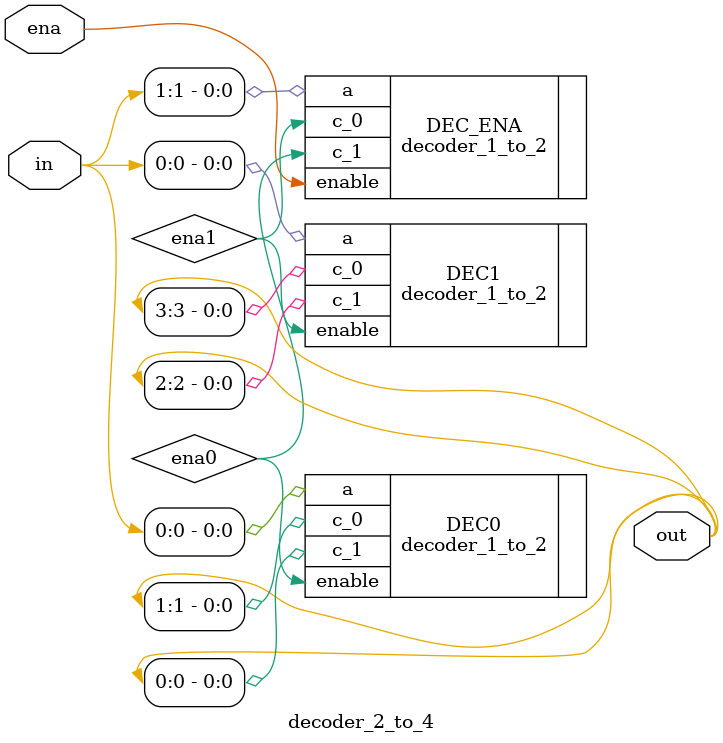
<source format=sv>
`timescale 1ns/1ps
module decoder_2_to_4(ena, in, out);

input wire ena;
input wire [1:0] in;
output logic [3:0] out;

wire ena0, ena1;
// wire [1:0] decoder_enables;

decoder_1_to_2 DEC0(
  .enable(ena0),
  .a(in[0]),
  .c_0(out[1]),
  .c_1(out[0])
);

decoder_1_to_2 DEC1(
  .enable(ena1),
  .a(in[0]),
  .c_0(out[3]),
  .c_1(out[2])
);

decoder_1_to_2 DEC_ENA(
  .enable(ena),
  .a(in[1]),
  .c_0(ena1),
  .c_1(ena0)
);

endmodule
</source>
